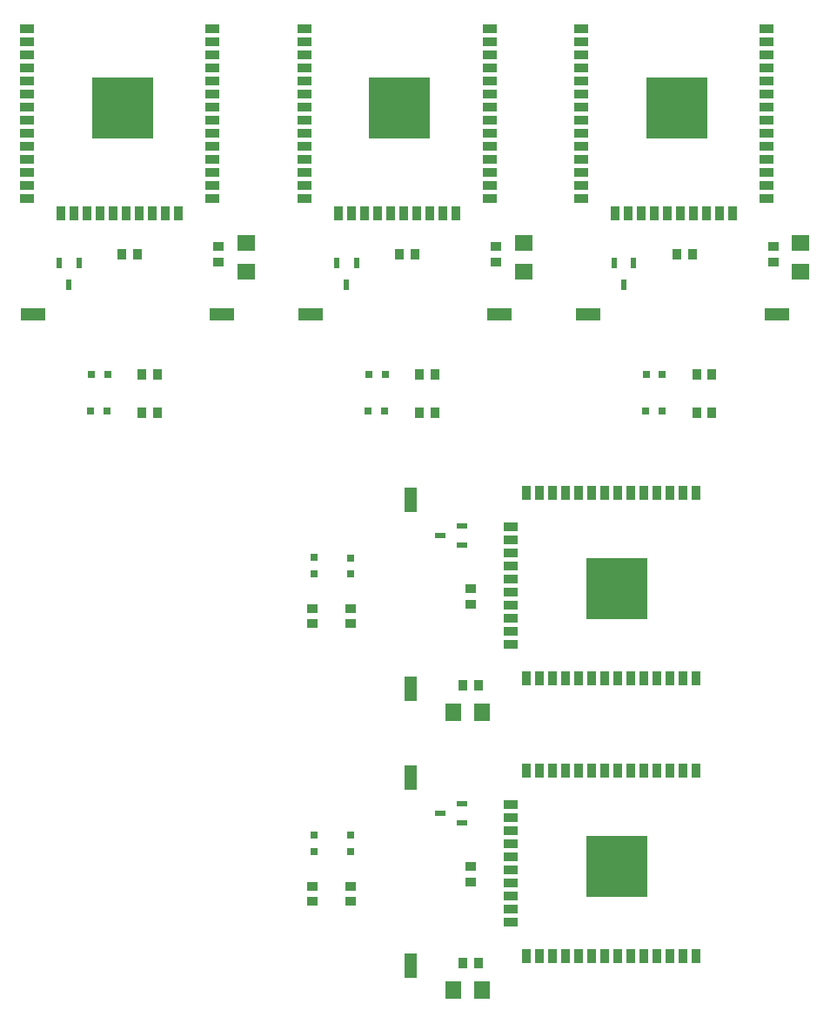
<source format=gtp>
G04 #@! TF.GenerationSoftware,KiCad,Pcbnew,no-vcs-found*
G04 #@! TF.CreationDate,2017-01-05T13:18:46+01:00*
G04 #@! TF.ProjectId,ESP32-HELP-Button-pan,45535033322D48454C502D427574746F,rev?*
G04 #@! TF.FileFunction,Paste,Top*
G04 #@! TF.FilePolarity,Positive*
%FSLAX46Y46*%
G04 Gerber Fmt 4.6, Leading zero omitted, Abs format (unit mm)*
G04 Created by KiCad (PCBNEW no-vcs-found) date Thu Jan  5 13:18:46 2017*
%MOMM*%
%LPD*%
G01*
G04 APERTURE LIST*
%ADD10C,0.100000*%
%ADD11R,1.803400X1.600200*%
%ADD12R,1.000760X0.899160*%
%ADD13R,1.350000X0.900000*%
%ADD14R,0.900000X1.350000*%
%ADD15R,6.000000X6.000000*%
%ADD16R,0.899160X1.000760*%
%ADD17R,0.599440X1.000760*%
%ADD18R,0.800000X0.800000*%
%ADD19R,2.340000X1.300000*%
%ADD20R,1.600200X1.803400*%
%ADD21R,1.000760X0.599440*%
%ADD22R,1.300000X2.340000*%
G04 APERTURE END LIST*
D10*
D11*
X124858000Y-96456000D03*
X124858000Y-93662000D03*
D12*
X122191000Y-95546680D03*
X122191000Y-94043000D03*
D13*
X121552000Y-72834000D03*
X121552000Y-74104000D03*
X121552000Y-75374000D03*
X121552000Y-76644000D03*
X121552000Y-77914000D03*
X121552000Y-79184000D03*
X121552000Y-80454000D03*
X121552000Y-81724000D03*
X121552000Y-82994000D03*
X121552000Y-84264000D03*
X121552000Y-85534000D03*
X121552000Y-86804000D03*
X121552000Y-88074000D03*
X121552000Y-89344000D03*
D14*
X118252000Y-90844000D03*
X116982000Y-90844000D03*
X115712000Y-90844000D03*
X114442000Y-90844000D03*
X113172000Y-90844000D03*
X111902000Y-90844000D03*
X110632000Y-90844000D03*
X109362000Y-90844000D03*
X108092000Y-90844000D03*
X106822000Y-90844000D03*
D13*
X103522000Y-89344000D03*
X103522000Y-88074000D03*
X103522000Y-86804000D03*
X103522000Y-85534000D03*
X103522000Y-84264000D03*
X103522000Y-82994000D03*
X103522000Y-81724000D03*
X103522000Y-80454000D03*
X103522000Y-79184000D03*
X103522000Y-77914000D03*
X103522000Y-76644000D03*
X103522000Y-75374000D03*
X103522000Y-74104000D03*
X103522000Y-72834000D03*
D15*
X112822000Y-80544000D03*
D16*
X116222000Y-110172000D03*
X114718320Y-110172000D03*
X114718320Y-106489000D03*
X116222000Y-106489000D03*
X112813320Y-94805000D03*
X114317000Y-94805000D03*
D17*
X106697000Y-95653360D03*
X107649500Y-97766640D03*
X108602000Y-95653360D03*
D18*
X111345000Y-110045000D03*
X109745000Y-110045000D03*
X109796000Y-106489000D03*
X111396000Y-106489000D03*
D19*
X122497000Y-100647000D03*
X104157000Y-100647000D03*
D11*
X97858000Y-96456000D03*
X97858000Y-93662000D03*
D12*
X95191000Y-95546680D03*
X95191000Y-94043000D03*
D13*
X94552000Y-72834000D03*
X94552000Y-74104000D03*
X94552000Y-75374000D03*
X94552000Y-76644000D03*
X94552000Y-77914000D03*
X94552000Y-79184000D03*
X94552000Y-80454000D03*
X94552000Y-81724000D03*
X94552000Y-82994000D03*
X94552000Y-84264000D03*
X94552000Y-85534000D03*
X94552000Y-86804000D03*
X94552000Y-88074000D03*
X94552000Y-89344000D03*
D14*
X91252000Y-90844000D03*
X89982000Y-90844000D03*
X88712000Y-90844000D03*
X87442000Y-90844000D03*
X86172000Y-90844000D03*
X84902000Y-90844000D03*
X83632000Y-90844000D03*
X82362000Y-90844000D03*
X81092000Y-90844000D03*
X79822000Y-90844000D03*
D13*
X76522000Y-89344000D03*
X76522000Y-88074000D03*
X76522000Y-86804000D03*
X76522000Y-85534000D03*
X76522000Y-84264000D03*
X76522000Y-82994000D03*
X76522000Y-81724000D03*
X76522000Y-80454000D03*
X76522000Y-79184000D03*
X76522000Y-77914000D03*
X76522000Y-76644000D03*
X76522000Y-75374000D03*
X76522000Y-74104000D03*
X76522000Y-72834000D03*
D15*
X85822000Y-80544000D03*
D16*
X89222000Y-110172000D03*
X87718320Y-110172000D03*
X87718320Y-106489000D03*
X89222000Y-106489000D03*
X85813320Y-94805000D03*
X87317000Y-94805000D03*
D17*
X79697000Y-95653360D03*
X80649500Y-97766640D03*
X81602000Y-95653360D03*
D18*
X84345000Y-110045000D03*
X82745000Y-110045000D03*
X82796000Y-106489000D03*
X84396000Y-106489000D03*
D19*
X95497000Y-100647000D03*
X77157000Y-100647000D03*
D20*
X91044000Y-139358000D03*
X93838000Y-139358000D03*
D16*
X91953320Y-136691000D03*
X93457000Y-136691000D03*
D14*
X114666000Y-136052000D03*
X113396000Y-136052000D03*
X112126000Y-136052000D03*
X110856000Y-136052000D03*
X109586000Y-136052000D03*
X108316000Y-136052000D03*
X107046000Y-136052000D03*
X105776000Y-136052000D03*
X104506000Y-136052000D03*
X103236000Y-136052000D03*
X101966000Y-136052000D03*
X100696000Y-136052000D03*
X99426000Y-136052000D03*
X98156000Y-136052000D03*
D13*
X96656000Y-132752000D03*
X96656000Y-131482000D03*
X96656000Y-130212000D03*
X96656000Y-128942000D03*
X96656000Y-127672000D03*
X96656000Y-126402000D03*
X96656000Y-125132000D03*
X96656000Y-123862000D03*
X96656000Y-122592000D03*
X96656000Y-121322000D03*
D14*
X98156000Y-118022000D03*
X99426000Y-118022000D03*
X100696000Y-118022000D03*
X101966000Y-118022000D03*
X103236000Y-118022000D03*
X104506000Y-118022000D03*
X105776000Y-118022000D03*
X107046000Y-118022000D03*
X108316000Y-118022000D03*
X109586000Y-118022000D03*
X110856000Y-118022000D03*
X112126000Y-118022000D03*
X113396000Y-118022000D03*
X114666000Y-118022000D03*
D15*
X106956000Y-127322000D03*
D12*
X77328000Y-130722000D03*
X77328000Y-129218320D03*
X81011000Y-129218320D03*
X81011000Y-130722000D03*
X92695000Y-127313320D03*
X92695000Y-128817000D03*
D21*
X91846640Y-121197000D03*
X89733360Y-122149500D03*
X91846640Y-123102000D03*
D18*
X77455000Y-125845000D03*
X77455000Y-124245000D03*
X81011000Y-124296000D03*
X81011000Y-125896000D03*
D22*
X86853000Y-136997000D03*
X86853000Y-118657000D03*
D19*
X50157000Y-100647000D03*
X68497000Y-100647000D03*
D18*
X57396000Y-106489000D03*
X55796000Y-106489000D03*
X55745000Y-110045000D03*
X57345000Y-110045000D03*
D17*
X54602000Y-95653360D03*
X53649500Y-97766640D03*
X52697000Y-95653360D03*
D16*
X60317000Y-94805000D03*
X58813320Y-94805000D03*
X62222000Y-106489000D03*
X60718320Y-106489000D03*
X60718320Y-110172000D03*
X62222000Y-110172000D03*
D15*
X58822000Y-80544000D03*
D13*
X49522000Y-72834000D03*
X49522000Y-74104000D03*
X49522000Y-75374000D03*
X49522000Y-76644000D03*
X49522000Y-77914000D03*
X49522000Y-79184000D03*
X49522000Y-80454000D03*
X49522000Y-81724000D03*
X49522000Y-82994000D03*
X49522000Y-84264000D03*
X49522000Y-85534000D03*
X49522000Y-86804000D03*
X49522000Y-88074000D03*
X49522000Y-89344000D03*
D14*
X52822000Y-90844000D03*
X54092000Y-90844000D03*
X55362000Y-90844000D03*
X56632000Y-90844000D03*
X57902000Y-90844000D03*
X59172000Y-90844000D03*
X60442000Y-90844000D03*
X61712000Y-90844000D03*
X62982000Y-90844000D03*
X64252000Y-90844000D03*
D13*
X67552000Y-89344000D03*
X67552000Y-88074000D03*
X67552000Y-86804000D03*
X67552000Y-85534000D03*
X67552000Y-84264000D03*
X67552000Y-82994000D03*
X67552000Y-81724000D03*
X67552000Y-80454000D03*
X67552000Y-79184000D03*
X67552000Y-77914000D03*
X67552000Y-76644000D03*
X67552000Y-75374000D03*
X67552000Y-74104000D03*
X67552000Y-72834000D03*
D12*
X68191000Y-94043000D03*
X68191000Y-95546680D03*
D11*
X70858000Y-93662000D03*
X70858000Y-96456000D03*
D22*
X86853000Y-145657000D03*
X86853000Y-163997000D03*
D18*
X81011000Y-152896000D03*
X81011000Y-151296000D03*
X77455000Y-151245000D03*
X77455000Y-152845000D03*
D21*
X91846640Y-150102000D03*
X89733360Y-149149500D03*
X91846640Y-148197000D03*
D12*
X92695000Y-155817000D03*
X92695000Y-154313320D03*
X81011000Y-157722000D03*
X81011000Y-156218320D03*
X77328000Y-156218320D03*
X77328000Y-157722000D03*
D15*
X106956000Y-154322000D03*
D14*
X114666000Y-145022000D03*
X113396000Y-145022000D03*
X112126000Y-145022000D03*
X110856000Y-145022000D03*
X109586000Y-145022000D03*
X108316000Y-145022000D03*
X107046000Y-145022000D03*
X105776000Y-145022000D03*
X104506000Y-145022000D03*
X103236000Y-145022000D03*
X101966000Y-145022000D03*
X100696000Y-145022000D03*
X99426000Y-145022000D03*
X98156000Y-145022000D03*
D13*
X96656000Y-148322000D03*
X96656000Y-149592000D03*
X96656000Y-150862000D03*
X96656000Y-152132000D03*
X96656000Y-153402000D03*
X96656000Y-154672000D03*
X96656000Y-155942000D03*
X96656000Y-157212000D03*
X96656000Y-158482000D03*
X96656000Y-159752000D03*
D14*
X98156000Y-163052000D03*
X99426000Y-163052000D03*
X100696000Y-163052000D03*
X101966000Y-163052000D03*
X103236000Y-163052000D03*
X104506000Y-163052000D03*
X105776000Y-163052000D03*
X107046000Y-163052000D03*
X108316000Y-163052000D03*
X109586000Y-163052000D03*
X110856000Y-163052000D03*
X112126000Y-163052000D03*
X113396000Y-163052000D03*
X114666000Y-163052000D03*
D16*
X93457000Y-163691000D03*
X91953320Y-163691000D03*
D20*
X93838000Y-166358000D03*
X91044000Y-166358000D03*
M02*

</source>
